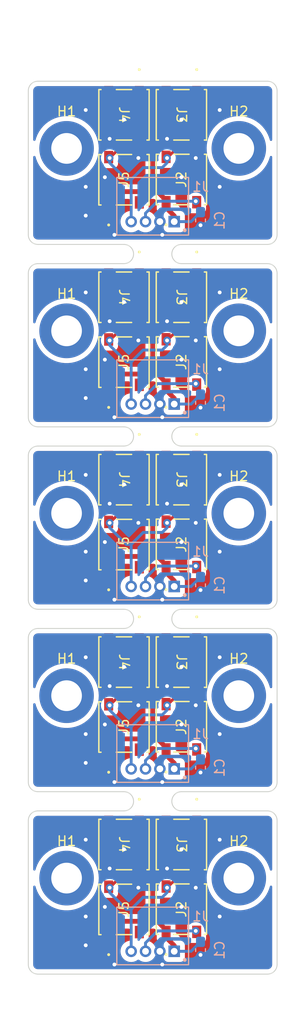
<source format=kicad_pcb>
(kicad_pcb (version 20211014) (generator pcbnew)
  (layers (0 "F.Cu" signal) (31 "B.Cu" signal) (34 "B.Paste" user) (35 "F.Paste" user) (36 "B.SilkS" user "B.Silkscreen") (37 "F.SilkS" user "F.Silkscreen") (38 "B.Mask" user) (39 "F.Mask" user) (44 "Edge.Cuts" user))
  (net 0 "")
  (net 1 "+5V")
  (net 2 "GND")
  (net 3 "/DIN")
  (net 4 "/DOUT")
  (footprint "LED-module:LED_2758_ADA" (layer "F.Cu") (at 159.400001 98.6378 -90)
    (fp_text reference "J3")
    (fp_text value "Conn_02x02_Counter_Clockwise")
  )
  (footprint "LED-module:LED_2758_ADA" (layer "F.Cu") (at 153.400001 117.6378 -90)
    (fp_text reference "J4")
    (fp_text value "Conn_02x02_Counter_Clockwise")
  )
  (footprint "LED-module:LED_2758_ADA" (layer "F.Cu") (at 153.400001 136.6378 -90)
    (fp_text reference "J4")
    (fp_text value "Conn_02x02_Counter_Clockwise")
  )
  (footprint "LED-module:LED_2758_ADA" (layer "F.Cu") (at 153.400001 86.399701 90)
    (fp_text reference "J5")
    (fp_text value "Conn_02x02_Counter_Clockwise")
  )
  (footprint "LED-module:LED_2758_ADA" (layer "F.Cu") (at 159.400001 86.3759 90)
    (fp_text reference "J2")
    (fp_text value "Conn_02x02_Counter_Clockwise")
  )
  (footprint "LED-module:LED_2758_ADA" (layer "F.Cu") (at 153.400001 98.6378 -90)
    (fp_text reference "J4")
    (fp_text value "Conn_02x02_Counter_Clockwise")
  )
  (footprint "LED-module:stamphole_2x5" (layer "F.Cu") (at 153.400001 95.1378)
    (fp_text reference "REF**" hide)
    (fp_text value "stamphole_2x5")
  )
  (footprint "LED-module:stamphole_2x5" (layer "F.Cu") (at 153.400001 114.1378)
    (fp_text reference "REF**" hide)
    (fp_text value "stamphole_2x5")
  )
  (footprint "MountingHole:MountingHole_3.2mm_M3_ISO7380_Pad" (layer "F.Cu") (at 165.400001 121.1378)
    (fp_text reference "H2")
    (fp_text value "MountingHole")
  )
  (footprint "LED-module:LED_2758_ADA" (layer "F.Cu") (at 159.400001 117.6378 -90)
    (fp_text reference "J3")
    (fp_text value "Conn_02x02_Counter_Clockwise")
  )
  (footprint "LED-module:LED_2758_ADA" (layer "F.Cu") (at 153.400001 105.399701 90)
    (fp_text reference "J5")
    (fp_text value "Conn_02x02_Counter_Clockwise")
  )
  (footprint "LED-module:LED_2758_ADA" (layer "F.Cu") (at 159.400001 79.6378 -90)
    (fp_text reference "J3")
    (fp_text value "Conn_02x02_Counter_Clockwise")
  )
  (footprint "LED-module:LED_2758_ADA" (layer "F.Cu") (at 153.400001 143.399701 90)
    (fp_text reference "J5")
    (fp_text value "Conn_02x02_Counter_Clockwise")
  )
  (footprint "MountingHole:MountingHole_3.2mm_M3_ISO7380_Pad" (layer "F.Cu") (at 165.400001 83.1378)
    (fp_text reference "H2")
    (fp_text value "MountingHole")
  )
  (footprint "LED-module:LED_2758_ADA" (layer "F.Cu") (at 159.400001 136.6378 -90)
    (fp_text reference "J3")
    (fp_text value "Conn_02x02_Counter_Clockwise")
  )
  (footprint "MountingHole:MountingHole_3.2mm_M3_ISO7380_Pad" (layer "F.Cu") (at 165.400001 140.1378)
    (fp_text reference "H2")
    (fp_text value "MountingHole")
  )
  (footprint "LED-module:stamphole_2x5" (layer "F.Cu") (at 153.400001 133.1378)
    (fp_text reference "REF**" hide)
    (fp_text value "stamphole_2x5")
  )
  (footprint "LED-module:stamphole_2x5" (layer "F.Cu") (at 153.400001 76.1378)
    (fp_text reference "REF**" hide)
    (fp_text value "stamphole_2x5")
  )
  (footprint "LED-module:LED_2758_ADA" (layer "F.Cu") (at 159.400001 67.3759 90)
    (fp_text reference "J2")
    (fp_text value "Conn_02x02_Counter_Clockwise")
  )
  (footprint "LED-module:LED_2758_ADA" (layer "F.Cu") (at 159.400001 143.3759 90)
    (fp_text reference "J2")
    (fp_text value "Conn_02x02_Counter_Clockwise")
  )
  (footprint "MountingHole:MountingHole_3.2mm_M3_ISO7380_Pad" (layer "F.Cu") (at 147.400001 140.1378)
    (fp_text reference "H1")
    (fp_text value "MountingHole")
  )
  (footprint "MountingHole:MountingHole_3.2mm_M3_ISO7380_Pad" (layer "F.Cu") (at 147.400001 102.1378)
    (fp_text reference "H1")
    (fp_text value "MountingHole")
  )
  (footprint "MountingHole:MountingHole_3.2mm_M3_ISO7380_Pad" (layer "F.Cu") (at 147.400001 64.1378)
    (fp_text reference "H1")
    (fp_text value "MountingHole")
  )
  (footprint "MountingHole:MountingHole_3.2mm_M3_ISO7380_Pad" (layer "F.Cu") (at 147.400001 121.1378)
    (fp_text reference "H1")
    (fp_text value "MountingHole")
  )
  (footprint "MountingHole:MountingHole_3.2mm_M3_ISO7380_Pad" (layer "F.Cu") (at 165.400001 64.1378)
    (fp_text reference "H2")
    (fp_text value "MountingHole")
  )
  (footprint "LED-module:LED_2758_ADA" (layer "F.Cu") (at 159.400001 124.3759 90)
    (fp_text reference "J2")
    (fp_text value "Conn_02x02_Counter_Clockwise")
  )
  (footprint "LED-module:LED_2758_ADA" (layer "F.Cu") (at 159.400001 105.3759 90)
    (fp_text reference "J2")
    (fp_text value "Conn_02x02_Counter_Clockwise")
  )
  (footprint "MountingHole:MountingHole_3.2mm_M3_ISO7380_Pad" (layer "F.Cu") (at 147.400001 83.1378)
    (fp_text reference "H1")
    (fp_text value "MountingHole")
  )
  (footprint "LED-module:LED_2758_ADA" (layer "F.Cu") (at 153.400001 60.6378 -90)
    (fp_text reference "J4")
    (fp_text value "Conn_02x02_Counter_Clockwise")
  )
  (footprint "LED-module:LED_2758_ADA" (layer "F.Cu") (at 153.400001 67.399701 90)
    (fp_text reference "J5")
    (fp_text value "Conn_02x02_Counter_Clockwise")
  )
  (footprint "LED-module:LED_2758_ADA" (layer "F.Cu") (at 153.400001 79.6378 -90)
    (fp_text reference "J4")
    (fp_text value "Conn_02x02_Counter_Clockwise")
  )
  (footprint "LED-module:LED_2758_ADA" (layer "F.Cu") (at 159.400001 60.6378 -90)
    (fp_text reference "J3")
    (fp_text value "Conn_02x02_Counter_Clockwise")
  )
  (footprint "LED-module:LED_2758_ADA" (layer "F.Cu") (at 153.400001 124.399701 90)
    (fp_text reference "J5")
    (fp_text value "Conn_02x02_Counter_Clockwise")
  )
  (footprint "MountingHole:MountingHole_3.2mm_M3_ISO7380_Pad" (layer "F.Cu") (at 165.400001 102.1378)
    (fp_text reference "H2")
    (fp_text value "MountingHole")
  )
  (footprint "LED-module:JST_S4B-ZR_LF__SN_" (layer "B.Cu") (at 156.400001 90.7628 180)
    (fp_text reference "J1")
    (fp_text value "Conn_01x04")
  )
  (footprint "Capacitor_SMD:C_0603_1608Metric_Pad1.08x0.95mm_HandSolder" (layer "B.Cu") (at 161.400001 147.6378 -90)
    (fp_text reference "C1")
    (fp_text value "C")
  )
  (footprint "Capacitor_SMD:C_0603_1608Metric_Pad1.08x0.95mm_HandSolder" (layer "B.Cu") (at 161.400001 71.6378 -90)
    (fp_text reference "C1")
    (fp_text value "C")
  )
  (footprint "Capacitor_SMD:C_0603_1608Metric_Pad1.08x0.95mm_HandSolder" (layer "B.Cu") (at 161.400001 109.6378 -90)
    (fp_text reference "C1")
    (fp_text value "C")
  )
  (footprint "LED-module:JST_S4B-ZR_LF__SN_" (layer "B.Cu") (at 156.400001 71.7628 180)
    (fp_text reference "J1")
    (fp_text value "Conn_01x04")
  )
  (footprint "Capacitor_SMD:C_0603_1608Metric_Pad1.08x0.95mm_HandSolder" (layer "B.Cu") (at 161.400001 90.6378 -90)
    (fp_text reference "C1")
    (fp_text value "C")
  )
  (footprint "LED-module:JST_S4B-ZR_LF__SN_" (layer "B.Cu") (at 156.400001 109.7628 180)
    (fp_text reference "J1")
    (fp_text value "Conn_01x04")
  )
  (footprint "LED-module:JST_S4B-ZR_LF__SN_" (layer "B.Cu") (at 156.400001 128.7628 180)
    (fp_text reference "J1")
    (fp_text value "Conn_01x04")
  )
  (footprint "Capacitor_SMD:C_0603_1608Metric_Pad1.08x0.95mm_HandSolder" (layer "B.Cu") (at 161.400001 128.6378 -90)
    (fp_text reference "C1")
    (fp_text value "C")
  )
  (footprint "LED-module:JST_S4B-ZR_LF__SN_" (layer "B.Cu") (at 156.400001 147.7628 180)
    (fp_text reference "J1")
    (fp_text value "Conn_01x04")
  )
  (gr_arc (start 143.400001 134.1378) (mid 143.692894 133.430693) (end 144.400001 133.1378) (layer "Edge.Cuts") (width 0.1))
  (gr_arc (start 168.400001 114.1378) (mid 169.107108 114.430693) (end 169.400001 115.1378) (layer "Edge.Cuts") (width 0.1))
  (gr_line (start 159.400001 93.1378) (end 168.400001 93.1378) (layer "Edge.Cuts") (width 0.1))
  (gr_arc (start 144.400001 74.1378) (mid 143.692894 73.844907) (end 143.400001 73.1378) (layer "Edge.Cuts") (width 0.1))
  (gr_arc (start 143.400001 58.1378) (mid 143.692894 57.430693) (end 144.400001 57.1378) (layer "Edge.Cuts") (width 0.1))
  (gr_line (start 143.400001 58.1378) (end 143.400001 73.1378) (layer "Edge.Cuts") (width 0.1))
  (gr_line (start 168.400001 114.1378) (end 159.400001 114.1378) (layer "Edge.Cuts") (width 0.1))
  (gr_arc (start 153.400001 74.1378) (mid 154.400001 75.1378) (end 153.400001 76.1378) (layer "Edge.Cuts") (width 0.1))
  (gr_arc (start 169.400001 73.1378) (mid 169.107108 73.844907) (end 168.400001 74.1378) (layer "Edge.Cuts") (width 0.1))
  (gr_line (start 168.400001 76.1378) (end 159.400001 76.1378) (layer "Edge.Cuts") (width 0.1))
  (gr_line (start 153.400001 133.1378) (end 144.400001 133.1378) (layer "Edge.Cuts") (width 0.1))
  (gr_line (start 153.400001 114.1378) (end 144.400001 114.1378) (layer "Edge.Cuts") (width 0.1))
  (gr_line (start 169.400001 111.1378) (end 169.400001 96.1378) (layer "Edge.Cuts") (width 0.1))
  (gr_arc (start 169.400001 111.1378) (mid 169.107108 111.844907) (end 168.400001 112.1378) (layer "Edge.Cuts") (width 0.1))
  (gr_arc (start 143.400001 115.1378) (mid 143.692894 114.430693) (end 144.400001 114.1378) (layer "Edge.Cuts") (width 0.1))
  (gr_line (start 144.400001 112.1378) (end 153.400001 112.1378) (layer "Edge.Cuts") (width 0.1))
  (gr_arc (start 143.400001 96.1378) (mid 143.692894 95.430693) (end 144.400001 95.1378) (layer "Edge.Cuts") (width 0.1))
  (gr_arc (start 169.400001 130.1378) (mid 169.107108 130.844907) (end 168.400001 131.1378) (layer "Edge.Cuts") (width 0.1))
  (gr_line (start 169.400001 73.1378) (end 169.400001 58.1378) (layer "Edge.Cuts") (width 0.1))
  (gr_arc (start 144.400001 112.1378) (mid 143.692894 111.844907) (end 143.400001 111.1378) (layer "Edge.Cuts") (width 0.1))
  (gr_line (start 169.400001 149.1378) (end 169.400001 134.1378) (layer "Edge.Cuts") (width 0.1))
  (gr_line (start 159.400001 112.1378) (end 168.400001 112.1378) (layer "Edge.Cuts") (width 0.1))
  (gr_line (start 144.400001 74.1378) (end 153.400001 74.1378) (layer "Edge.Cuts") (width 0.1))
  (gr_arc (start 153.400001 131.1378) (mid 154.400001 132.1378) (end 153.400001 133.1378) (layer "Edge.Cuts") (width 0.1))
  (gr_arc (start 159.400001 95.1378) (mid 158.400001 94.1378) (end 159.400001 93.1378) (layer "Edge.Cuts") (width 0.1))
  (gr_arc (start 144.400001 131.1378) (mid 143.692894 130.844907) (end 143.400001 130.1378) (layer "Edge.Cuts") (width 0.1))
  (gr_line (start 144.400001 150.1378) (end 168.400001 150.1378) (layer "Edge.Cuts") (width 0.1))
  (gr_arc (start 159.400001 76.1378) (mid 158.400001 75.1378) (end 159.400001 74.1378) (layer "Edge.Cuts") (width 0.1))
  (gr_line (start 168.400001 57.1378) (end 144.400001 57.1378) (layer "Edge.Cuts") (width 0.1))
  (gr_arc (start 144.400001 93.1378) (mid 143.692894 92.844907) (end 143.400001 92.1378) (layer "Edge.Cuts") (width 0.1))
  (gr_line (start 144.400001 93.1378) (end 153.400001 93.1378) (layer "Edge.Cuts") (width 0.1))
  (gr_arc (start 168.400001 57.1378) (mid 169.107108 57.430693) (end 169.400001 58.1378) (layer "Edge.Cuts") (width 0.1))
  (gr_line (start 143.400001 96.1378) (end 143.400001 111.1378) (layer "Edge.Cuts") (width 0.1))
  (gr_line (start 143.400001 134.1378) (end 143.400001 149.1378) (layer "Edge.Cuts") (width 0.1))
  (gr_arc (start 153.400001 112.1378) (mid 154.400001 113.1378) (end 153.400001 114.1378) (layer "Edge.Cuts") (width 0.1))
  (gr_arc (start 168.400001 95.1378) (mid 169.107108 95.430693) (end 169.400001 96.1378) (layer "Edge.Cuts") (width 0.1))
  (gr_line (start 153.400001 76.1378) (end 144.400001 76.1378) (layer "Edge.Cuts") (width 0.1))
  (gr_line (start 153.400001 95.1378) (end 144.400001 95.1378) (layer "Edge.Cuts") (width 0.1))
  (gr_line (start 144.400001 131.1378) (end 153.400001 131.1378) (layer "Edge.Cuts") (width 0.1))
  (gr_arc (start 159.400001 114.1378) (mid 158.400001 113.1378) (end 159.400001 112.1378) (layer "Edge.Cuts") (width 0.1))
  (gr_arc (start 169.400001 149.1378) (mid 169.107108 149.844907) (end 168.400001 150.1378) (layer "Edge.Cuts") (width 0.1))
  (gr_arc (start 143.400001 77.1378) (mid 143.692894 76.430693) (end 144.400001 76.1378) (layer "Edge.Cuts") (width 0.1))
  (gr_arc (start 168.400001 133.1378) (mid 169.107108 133.430693) (end 169.400001 134.1378) (layer "Edge.Cuts") (width 0.1))
  (gr_line (start 168.400001 95.1378) (end 159.400001 95.1378) (layer "Edge.Cuts") (width 0.1))
  (gr_line (start 169.400001 92.1378) (end 169.400001 77.1378) (layer "Edge.Cuts") (width 0.1))
  (gr_line (start 143.400001 115.1378) (end 143.400001 130.1378) (layer "Edge.Cuts") (width 0.1))
  (gr_line (start 159.400001 131.1378) (end 168.400001 131.1378) (layer "Edge.Cuts") (width 0.1))
  (gr_arc (start 169.400001 92.1378) (mid 169.107108 92.844907) (end 168.400001 93.1378) (layer "Edge.Cuts") (width 0.1))
  (gr_arc (start 168.400001 76.1378) (mid 169.107108 76.430693) (end 169.400001 77.1378) (layer "Edge.Cuts") (width 0.1))
  (gr_arc (start 153.400001 93.1378) (mid 154.400001 94.1378) (end 153.400001 95.1378) (layer "Edge.Cuts") (width 0.1))
  (gr_line (start 143.400001 77.1378) (end 143.400001 92.1378) (layer "Edge.Cuts") (width 0.1))
  (gr_line (start 168.400001 133.1378) (end 159.400001 133.1378) (layer "Edge.Cuts") (width 0.1))
  (gr_arc (start 159.400001 133.1378) (mid 158.400001 132.1378) (end 159.400001 131.1378) (layer "Edge.Cuts") (width 0.1))
  (gr_line (start 169.400001 130.1378) (end 169.400001 115.1378) (layer "Edge.Cuts") (width 0.1))
  (gr_arc (start 144.400001 150.1378) (mid 143.692894 149.844907) (end 143.400001 149.1378) (layer "Edge.Cuts") (width 0.1))
  (gr_line (start 159.400001 74.1378) (end 168.400001 74.1378) (layer "Edge.Cuts") (width 0.1))
  (segment (start 157.800002 69.7381) (end 157.800002 70.312802) (width 0.5) (layer "F.Cu") (net 1))
  (segment (start 156.900001 144.6378) (end 157.800002 145.537801) (width 0.5) (layer "F.Cu") (net 1))
  (segment (start 151.800002 69.761901) (end 152.924103 68.6378) (width 0.5) (layer "F.Cu") (net 1))
  (segment (start 157.800002 107.7381) (end 157.800002 108.312802) (width 0.5) (layer "F.Cu") (net 1))
  (segment (start 159.6378 135.6378) (end 161 134.2756) (width 0.5) (layer "F.Cu") (net 1))
  (segment (start 155 77.2756) (end 155 78.237799) (width 0.5) (layer "F.Cu") (net 1))
  (segment (start 157.800002 108.312802) (end 158.650001 109.162801) (width 0.5) (layer "F.Cu") (net 1))
  (segment (start 159.6378 97.6378) (end 161 96.2756) (width 0.5) (layer "F.Cu") (net 1))
  (segment (start 155 134.2756) (end 155 135.237799) (width 0.5) (layer "F.Cu") (net 1))
  (segment (start 157.800002 88.537801) (end 157.800002 88.7381) (width 0.5) (layer "F.Cu") (net 1))
  (segment (start 157.400001 135.6378) (end 159.6378 135.6378) (width 0.5) (layer "F.Cu") (net 1))
  (segment (start 156.900001 125.6378) (end 156.400001 125.1378) (width 0.5) (layer "F.Cu") (net 1))
  (segment (start 158.650001 147.162801) (end 158.650001 147.7628) (width 0.5) (layer "F.Cu") (net 1))
  (segment (start 156.900001 68.6378) (end 156.400001 68.1378) (width 0.5) (layer "F.Cu") (net 1))
  (segment (start 158.650001 109.162801) (end 158.650001 109.7628) (width 0.5) (layer "F.Cu") (net 1))
  (segment (start 157.800002 126.537801) (end 157.800002 126.7381) (width 0.5) (layer "F.Cu") (net 1))
  (segment (start 156.900001 87.6378) (end 156.400001 87.1378) (width 0.5) (layer "F.Cu") (net 1))
  (segment (start 155 116.237799) (end 156.400001 117.6378) (width 0.5) (layer "F.Cu") (net 1))
  (segment (start 157.800002 127.312802) (end 158.650001 128.162801) (width 0.5) (layer "F.Cu") (net 1))
  (segment (start 156.400001 87.1378) (end 156.400001 79.6378) (width 0.5) (layer "F.Cu") (net 1))
  (segment (start 156.400001 98.6378) (end 157.400001 97.6378) (width 0.5) (layer "F.Cu") (net 1))
  (segment (start 156.900001 106.6378) (end 157.800002 107.537801) (width 0.5) (layer "F.Cu") (net 1))
  (segment (start 156.900001 144.6378) (end 156.400001 144.1378) (width 0.5) (layer "F.Cu") (net 1))
  (segment (start 156.400001 68.1378) (end 156.400001 60.6378) (width 0.5) (layer "F.Cu") (net 1))
  (segment (start 158.650001 90.162801) (end 158.650001 90.7628) (width 0.5) (layer "F.Cu") (net 1))
  (segment (start 157.800002 145.7381) (end 157.800002 146.312802) (width 0.5) (layer "F.Cu") (net 1))
  (segment (start 157.400001 78.6378) (end 159.6378 78.6378) (width 0.5) (layer "F.Cu") (net 1))
  (segment (start 155 97.237799) (end 156.400001 98.6378) (width 0.5) (layer "F.Cu") (net 1))
  (segment (start 152.924103 144.6378) (end 156.900001 144.6378) (width 0.5) (layer "F.Cu") (net 1))
  (segment (start 157.800002 69.537801) (end 157.800002 69.7381) (width 0.5) (layer "F.Cu") (net 1))
  (segment (start 152.924103 87.6378) (end 156.900001 87.6378) (width 0.5) (layer "F.Cu") (net 1))
  (segment (start 159.6378 78.6378) (end 161 77.2756) (width 0.5) (layer "F.Cu") (net 1))
  (segment (start 156.400001 125.1378) (end 156.400001 117.6378) (width 0.5) (layer "F.Cu") (net 1))
  (segment (start 157.800002 88.7381) (end 157.800002 89.312802) (width 0.5) (layer "F.Cu") (net 1))
  (segment (start 159.6378 116.6378) (end 161 115.2756) (width 0.5) (layer "F.Cu") (net 1))
  (segment (start 152.924103 68.6378) (end 156.900001 68.6378) (width 0.5) (layer "F.Cu") (net 1))
  (segment (start 151.800002 145.761901) (end 152.924103 144.6378) (width 0.5) (layer "F.Cu") (net 1))
  (segment (start 157.800002 70.312802) (end 158.650001 71.162801) (width 0.5) (layer "F.Cu") (net 1))
  (segment (start 157.400001 116.6378) (end 159.6378 116.6378) (width 0.5) (layer "F.Cu") (net 1))
  (segment (start 157.800002 107.537801) (end 157.800002 107.7381) (width 0.5) (layer "F.Cu") (net 1))
  (segment (start 156.900001 87.6378) (end 157.800002 88.537801) (width 0.5) (layer "F.Cu") (net 1))
  (segment (start 158.650001 128.162801) (end 158.650001 128.7628) (width 0.5) (layer "F.Cu") (net 1))
  (segment (start 155 59.237799) (end 156.400001 60.6378) (width 0.5) (layer "F.Cu") (net 1))
  (segment (start 151.800002 88.761901) (end 152.924103 87.6378) (width 0.5) (layer "F.Cu") (net 1))
  (segment (start 151.800002 126.761901) (end 152.924103 125.6378) (width 0.5) (layer "F.Cu") (net 1))
  (segment (start 156.400001 117.6378) (end 157.400001 116.6378) (width 0.5) (layer "F.Cu") (net 1))
  (segment (start 155 58.2756) (end 155 59.237799) (width 0.5) (layer "F.Cu") (net 1))
  (segment (start 156.400001 106.1378) (end 156.400001 98.6378) (width 0.5) (layer "F.Cu") (net 1))
  (segment (start 151.800002 107.761901) (end 152.924103 106.6378) (width 0.5) (layer "F.Cu") (net 1))
  (segment (start 156.400001 79.6378) (end 157.400001 78.6378) (width 0.5) (layer "F.Cu") (net 1))
  (segment (start 156.400001 144.1378) (end 156.400001 136.6378) (width 0.5) (layer "F.Cu") (net 1))
  (segment (start 157.800002 145.537801) (end 157.800002 145.7381) (width 0.5) (layer "F.Cu") (net 1))
  (segment (start 158.650001 71.162801) (end 158.650001 71.7628) (width 0.5) (layer "F.Cu") (net 1))
  (segment (start 152.924103 125.6378) (end 156.900001 125.6378) (width 0.5) (layer "F.Cu") (net 1))
  (segment (start 157.800002 146.312802) (end 158.650001 147.162801) (width 0.5) (layer "F.Cu") (net 1))
  (segment (start 155 135.237799) (end 156.400001 136.6378) (width 0.5) (layer "F.Cu") (net 1))
  (segment (start 156.900001 106.6378) (end 156.400001 106.1378) (width 0.5) (layer "F.Cu") (net 1))
  (segment (start 157.400001 59.6378) (end 159.6378 59.6378) (width 0.5) (layer "F.Cu") (net 1))
  (segment (start 157.800002 126.7381) (end 157.800002 127.312802) (width 0.5) (layer "F.Cu") (net 1))
  (segment (start 157.400001 97.6378) (end 159.6378 97.6378) (width 0.5) (layer "F.Cu") (net 1))
  (segment (start 156.900001 68.6378) (end 157.800002 69.537801) (width 0.5) (layer "F.Cu") (net 1))
  (segment (start 152.924103 106.6378) (end 156.900001 106.6378) (width 0.5) (layer "F.Cu") (net 1))
  (segment (start 156.900001 125.6378) (end 157.800002 126.537801) (width 0.5) (layer "F.Cu") (net 1))
  (segment (start 156.400001 136.6378) (end 157.400001 135.6378) (width 0.5) (layer "F.Cu") (net 1))
  (segment (start 155 115.2756) (end 155 116.237799) (width 0.5) (layer "F.Cu") (net 1))
  (segment (start 156.400001 60.6378) (end 157.400001 59.6378) (width 0.5) (layer "F.Cu") (net 1))
  (segment (start 159.6378 59.6378) (end 161 58.2756) (width 0.5) (layer "F.Cu") (net 1))
  (segment (start 155 96.2756) (end 155 97.237799) (width 0.5) (layer "F.Cu") (net 1))
  (segment (start 155 78.237799) (end 156.400001 79.6378) (width 0.5) (layer "F.Cu") (net 1))
  (segment (start 157.800002 89.312802) (end 158.650001 90.162801) (width 0.5) (layer "F.Cu") (net 1))
  (segment (start 160.412501 109.7628) (end 158.650001 109.7628) (width 0.3) (layer "B.Cu") (net 1))
  (segment (start 161.400001 70.7753) (end 160.412501 71.7628) (width 0.3) (layer "B.Cu") (net 1))
  (segment (start 160.412501 147.7628) (end 158.650001 147.7628) (width 0.3) (layer "B.Cu") (net 1))
  (segment (start 161.400001 108.7753) (end 160.412501 109.7628) (width 0.3) (layer "B.Cu") (net 1))
  (segment (start 160.412501 90.7628) (end 158.650001 90.7628) (width 0.3) (layer "B.Cu") (net 1))
  (segment (start 160.412501 71.7628) (end 158.650001 71.7628) (width 0.3) (layer "B.Cu") (net 1))
  (segment (start 161.400001 127.7753) (end 160.412501 128.7628) (width 0.3) (layer "B.Cu") (net 1))
  (segment (start 161.400001 146.7753) (end 160.412501 147.7628) (width 0.3) (layer "B.Cu") (net 1))
  (segment (start 161.400001 89.7753) (end 160.412501 90.7628) (width 0.3) (layer "B.Cu") (net 1))
  (segment (start 160.412501 128.7628) (end 158.650001 128.7628) (width 0.3) (layer "B.Cu") (net 1))
  (via (at 149.400001 87.1378) (size 0.8) (drill 0.4) (layers "F.Cu" "B.Cu") (net 2))
  (via (at 153.400001 118.1378) (size 0.8) (drill 0.4) (layers "F.Cu" "B.Cu") (net 2))
  (via (at 163.400001 106.1378) (size 0.8) (drill 0.4) (layers "F.Cu" "B.Cu") (net 2))
  (via (at 152.400001 130.1378) (size 0.8) (drill 0.4) (layers "F.Cu" "B.Cu") (net 2))
  (via (at 159.400001 105.1378) (size 0.8) (drill 0.4) (layers "F.Cu" "B.Cu") (net 2))
  (via (at 159.400001 67.1378) (size 0.8) (drill 0.4) (layers "F.Cu" "B.Cu") (net 2))
  (via (at 157.400001 149.1378) (size 0.8) (drill 0.4) (layers "F.Cu" "B.Cu") (net 2))
  (via (at 159.400001 80.1378) (size 0.8) (drill 0.4) (layers "F.Cu" "B.Cu") (net 2))
  (via (at 159.400001 118.1378) (size 0.8) (drill 0.4) (layers "F.Cu" "B.Cu") (net 2))
  (via (at 149.400001 117.1378) (size 0.8) (drill 0.4) (layers "F.Cu" "B.Cu") (net 2))
  (via (at 159.400001 61.1378) (size 0.8) (drill 0.4) (layers "F.Cu" "B.Cu") (net 2))
  (via (at 163.400001 144.1378) (size 0.8) (drill 0.4) (layers "F.Cu" "B.Cu") (net 2))
  (via (at 149.400001 79.1378) (size 0.8) (drill 0.4) (layers "F.Cu" "B.Cu") (net 2))
  (via (at 149.400001 98.1378) (size 0.8) (drill 0.4) (layers "F.Cu" "B.Cu") (net 2))
  (via (at 151.400001 124.1378) (size 0.8) (drill 0.4) (layers "F.Cu" "B.Cu") (net 2))
  (via (at 160.900001 103.1378) (size 0.8) (drill 0.4) (layers "F.Cu" "B.Cu") (net 2))
  (via (at 159.400001 143.1378) (size 0.8) (drill 0.4) (layers "F.Cu" "B.Cu") (net 2))
  (via (at 157.400001 73.1378) (size 0.8) (drill 0.4) (layers "F.Cu" "B.Cu") (net 2))
  (via (at 163.400001 79.1378) (size 0.8) (drill 0.4) (layers "F.Cu" "B.Cu") (net 2))
  (via (at 163.400001 117.1378) (size 0.8) (drill 0.4) (layers "F.Cu" "B.Cu") (net 2))
  (via (at 151.400001 86.1378) (size 0.8) (drill 0.4) (layers "F.Cu" "B.Cu") (net 2))
  (via (at 163.400001 98.1378) (size 0.8) (drill 0.4) (layers "F.Cu" "B.Cu") (net 2))
  (via (at 153.400001 99.1378) (size 0.8) (drill 0.4) (layers "F.Cu" "B.Cu") (net 2))
  (via (at 151.400001 67.1378) (size 0.8) (drill 0.4) (layers "F.Cu" "B.Cu") (net 2))
  (via (at 149.400001 106.1378) (size 0.8) (drill 0.4) (layers "F.Cu" "B.Cu") (net 2))
  (via (at 149.400001 144.1378) (size 0.8) (drill 0.4) (layers "F.Cu" "B.Cu") (net 2))
  (via (at 149.400001 136.1378) (size 0.8) (drill 0.4) (layers "F.Cu" "B.Cu") (net 2))
  (via (at 153.400001 137.1378) (size 0.8) (drill 0.4) (layers "F.Cu" "B.Cu") (net 2))
  (via (at 161.400001 110.1378) (size 0.8) (drill 0.4) (layers "F.Cu" "B.Cu") (net 2))
  (via (at 160.900001 65.1378) (size 0.8) (drill 0.4) (layers "F.Cu" "B.Cu") (net 2))
  (via (at 157.900001 101.1378) (size 0.8) (drill 0.4) (layers "F.Cu" "B.Cu") (net 2))
  (via (at 157.900001 120.1378) (size 0.8) (drill 0.4) (layers "F.Cu" "B.Cu") (net 2))
  (via (at 160.900001 122.1378) (size 0.8) (drill 0.4) (layers "F.Cu" "B.Cu") (net 2))
  (via (at 149.400001 147.1378) (size 0.8) (drill 0.4) (layers "F.Cu" "B.Cu") (net 2))
  (via (at 149.400001 128.1378) (size 0.8) (drill 0.4) (layers "F.Cu" "B.Cu") (net 2))
  (via (at 151.900001 82.1378) (size 0.8) (drill 0.4) (layers "F.Cu" "B.Cu") (net 2))
  (via (at 152.400001 73.1378) (size 0.8) (drill 0.4) (layers "F.Cu" "B.Cu") (net 2))
  (via (at 163.400001 136.1378) (size 0.8) (drill 0.4) (layers "F.Cu" "B.Cu") (net 2))
  (via (at 163.400001 68.1378) (size 0.8) (drill 0.4) (layers "F.Cu" "B.Cu") (net 2))
  (via (at 154.900001 84.1378) (size 0.8) (drill 0.4) (layers "F.Cu" "B.Cu") (net 2))
  (via (at 159.400001 137.1378) (size 0.8) (drill 0.4) (layers "F.Cu" "B.Cu") (net 2))
  (via (at 154.900001 65.1378) (size 0.8) (drill 0.4) (layers "F.Cu" "B.Cu") (net 2))
  (via (at 149.400001 71.1378) (size 0.8) (drill 0.4) (layers "F.Cu" "B.Cu") (net 2))
  (via (at 163.400001 60.1378) (size 0.8) (drill 0.4) (layers "F.Cu" "B.Cu") (net 2))
  (via (at 159.400001 99.1378) (size 0.8) (drill 0.4) (layers "F.Cu" "B.Cu") (net 2))
  (via (at 157.900001 139.1378) (size 0.8) (drill 0.4) (layers "F.Cu" "B.Cu") (net 2))
  (via (at 163.400001 87.1378) (size 0.8) (drill 0.4) (layers "F.Cu" "B.Cu") (net 2))
  (via (at 151.900001 101.1378) (size 0.8) (drill 0.4) (layers "F.Cu" "B.Cu") (net 2))
  (via (at 157.400001 111.1378) (size 0.8) (drill 0.4) (layers "F.Cu" "B.Cu") (net 2))
  (via (at 160.900001 84.1378) (size 0.8) (drill 0.4) (layers "F.Cu" "B.Cu") (net 2))
  (via (at 149.400001 90.1378) (size 0.8) (drill 0.4) (layers "F.Cu" "B.Cu") (net 2))
  (via (at 151.900001 120.1378) (size 0.8) (drill 0.4) (layers "F.Cu" "B.Cu") (net 2))
  (via (at 157.900001 82.1378) (size 0.8) (drill 0.4) (layers "F.Cu" "B.Cu") (net 2))
  (via (at 151.900001 63.1378) (size 0.8) (drill 0.4) (layers "F.Cu" "B.Cu") (net 2))
  (via (at 149.400001 109.1378) (size 0.8) (drill 0.4) (layers "F.Cu" "B.Cu") (net 2))
  (via (at 152.400001 92.1378) (size 0.8) (drill 0.4) (layers "F.Cu" "B.Cu") (net 2))
  (via (at 159.400001 124.1378) (size 0.8) (drill 0.4) (layers "F.Cu" "B.Cu") (net 2))
  (via (at 157.900001 63.1378) (size 0.8) (drill 0.4) (layers "F.Cu" "B.Cu") (net 2))
  (via (at 151.400001 143.1378) (size 0.8) (drill 0.4) (layers "F.Cu" "B.Cu") (net 2))
  (via (at 154.900001 103.1378) (size 0.8) (drill 0.4) (layers "F.Cu" "B.Cu") (net 2))
  (via (at 157.400001 92.1378) (size 0.8) (drill 0.4) (layers "F.Cu" "B.Cu") (net 2))
  (via (at 157.400001 130.1378) (size 0.8) (drill 0.4) (layers "F.Cu" "B.Cu") (net 2))
  (via (at 163.400001 125.1378) (size 0.8) (drill 0.4) (layers "F.Cu" "B.Cu") (net 2))
  (via (at 160.900001 141.1378) (size 0.8) (drill 0.4) (layers "F.Cu" "B.Cu") (net 2))
  (via (at 159.400001 86.1378) (size 0.8) (drill 0.4) (layers "F.Cu" "B.Cu") (net 2))
  (via (at 161.400001 148.1378) (size 0.8) (drill 0.4) (layers "F.Cu" "B.Cu") (net 2))
  (via (at 151.400001 105.1378) (size 0.8) (drill 0.4) (layers "F.Cu" "B.Cu") (net 2))
  (via (at 153.400001 80.1378) (size 0.8) (drill 0.4) (layers "F.Cu" "B.Cu") (net 2))
  (via (at 161.400001 91.1378) (size 0.8) (drill 0.4) (layers "F.Cu" "B.Cu") (net 2))
  (via (at 149.400001 60.1378) (size 0.8) (drill 0.4) (layers "F.Cu" "B.Cu") (net 2))
  (via (at 153.400001 61.1378) (size 0.8) (drill 0.4) (layers "F.Cu" "B.Cu") (net 2))
  (via (at 161.400001 72.1378) (size 0.8) (drill 0.4) (layers "F.Cu" "B.Cu") (net 2))
  (via (at 151.900001 139.1378) (size 0.8) (drill 0.4) (layers "F.Cu" "B.Cu") (net 2))
  (via (at 149.400001 125.1378) (size 0.8) (drill 0.4) (layers "F.Cu" "B.Cu") (net 2))
  (via (at 161.400001 129.1378) (size 0.8) (drill 0.4) (layers "F.Cu" "B.Cu") (net 2))
  (via (at 152.400001 111.1378) (size 0.8) (drill 0.4) (layers "F.Cu" "B.Cu") (net 2))
  (via (at 154.900001 141.1378) (size 0.8) (drill 0.4) (layers "F.Cu" "B.Cu") (net 2))
  (via (at 154.900001 122.1378) (size 0.8) (drill 0.4) (layers "F.Cu" "B.Cu") (net 2))
  (via (at 149.400001 68.1378) (size 0.8) (drill 0.4) (layers "F.Cu" "B.Cu") (net 2))
  (via (at 152.400001 149.1378) (size 0.8) (drill 0.4) (layers "F.Cu" "B.Cu") (net 2))
  (segment (start 154.037801 63) (end 151.900001 65.1378) (width 0.3) (layer "F.Cu") (net 3))
  (segment (start 157.900001 141.1378) (end 160.037801 139) (width 0.3) (layer "F.Cu") (net 3))
  (segment (start 160.037801 139) (end 161 139) (width 0.3) (layer "F.Cu") (net 3))
  (segment (start 160.037801 120) (end 161 120) (width 0.3) (layer "F.Cu") (net 3))
  (segment (start 160.037801 63) (end 161 63) (width 0.3) (layer "F.Cu") (net 3))
  (segment (start 160.037801 82) (end 161 82) (width 0.3) (layer "F.Cu") (net 3))
  (segment (start 154.037801 101) (end 151.900001 103.1378) (width 0.3) (layer "F.Cu") (net 3))
  (segment (start 155 82) (end 154.037801 82) (width 0.3) (layer "F.Cu") (net 3))
  (segment (start 155 139) (end 154.037801 139) (width 0.3) (layer "F.Cu") (net 3))
  (segment (start 154.037801 139) (end 151.900001 141.1378) (width 0.3) (layer "F.Cu") (net 3))
  (segment (start 157.900001 65.1378) (end 160.037801 63) (width 0.3) (layer "F.Cu") (net 3))
  (segment (start 155 63) (end 154.037801 63) (width 0.3) (layer "F.Cu") (net 3))
  (segment (start 157.900001 84.1378) (end 160.037801 82) (width 0.3) (layer "F.Cu") (net 3))
  (segment (start 155 101) (end 154.037801 101) (width 0.3) (layer "F.Cu") (net 3))
  (segment (start 160.037801 101) (end 161 101) (width 0.3) (layer "F.Cu") (net 3))
  (segment (start 155 120) (end 154.037801 120) (width 0.3) (layer "F.Cu") (net 3))
  (segment (start 157.900001 122.1378) (end 160.037801 120) (width 0.3) (layer "F.Cu") (net 3))
  (segment (start 157.900001 103.1378) (end 160.037801 101) (width 0.3) (layer "F.Cu") (net 3))
  (segment (start 154.037801 82) (end 151.900001 84.1378) (width 0.3) (layer "F.Cu") (net 3))
  (segment (start 154.037801 120) (end 151.900001 122.1378) (width 0.3) (layer "F.Cu") (net 3))
  (via (at 157.900001 141.1378) (size 0.8) (drill 0.4) (layers "F.Cu" "B.Cu") (net 3))
  (via (at 151.900001 65.1378) (size 0.8) (drill 0.4) (layers "F.Cu" "B.Cu") (net 3))
  (via (at 157.900001 122.1378) (size 0.8) (drill 0.4) (layers "F.Cu" "B.Cu") (net 3))
  (via (at 157.900001 84.1378) (size 0.8) (drill 0.4) (layers "F.Cu" "B.Cu") (net 3))
  (via (at 151.900001 141.1378) (size 0.8) (drill 0.4) (layers "F.Cu" "B.Cu") (net 3))
  (via (at 157.900001 103.1378) (size 0.8) (drill 0.4) (layers "F.Cu" "B.Cu") (net 3))
  (via (at 151.900001 103.1378) (size 0.8) (drill 0.4) (layers "F.Cu" "B.Cu") (net 3))
  (via (at 157.900001 65.1378) (size 0.8) (drill 0.4) (layers "F.Cu" "B.Cu") (net 3))
  (via (at 151.900001 122.1378) (size 0.8) (drill 0.4) (layers "F.Cu" "B.Cu") (net 3))
  (via (at 151.900001 84.1378) (size 0.8) (drill 0.4) (layers "F.Cu" "B.Cu") (net 3))
  (segment (start 154.150001 71.7628) (end 154.150001 67.3878) (width 0.3) (layer "B.Cu") (net 3))
  (segment (start 154.150001 67.3878) (end 153.650001 67.3878) (width 0.3) (layer "B.Cu") (net 3))
  (segment (start 157.900001 122.6378) (end 157.900001 122.1378) (width 0.3) (layer "B.Cu") (net 3))
  (segment (start 154.150001 124.3878) (end 155.400001 123.1378) (width 0.3) (layer "B.Cu") (net 3))
  (segment (start 154.150001 86.3878) (end 155.400001 85.1378) (width 0.3) (layer "B.Cu") (net 3))
  (segment (start 153.650001 124.3878) (end 151.900001 122.6378) (width 0.3) (layer "B.Cu") (net 3))
  (segment (start 153.650001 105.3878) (end 151.900001 103.6378) (width 0.3) (layer "B.Cu") (net 3))
  (segment (start 157.900001 103.6378) (end 157.900001 103.1378) (width 0.3) (layer "B.Cu") (net 3))
  (segment (start 157.400001 66.1378) (end 157.900001 65.6378) (width 0.3) (layer "B.Cu") (net 3))
  (segment (start 151.900001 141.6378) (end 151.900001 141.1378) (width 0.3) (layer "B.Cu") (net 3))
  (segment (start 154.150001 128.7628) (end 154.150001 124.3878) (width 0.3) (layer "B.Cu") (net 3))
  (segment (start 154.150001 90.7628) (end 154.150001 86.3878) (width 0.3) (layer "B.Cu") (net 3))
  (segment (start 154.150001 143.3878) (end 153.650001 143.3878) (width 0.3) (layer "B.Cu") (net 3))
  (segment (start 151.900001 103.6378) (end 151.900001 103.1378) (width 0.3) (layer "B.Cu") (net 3))
  (segment (start 154.150001 86.3878) (end 153.650001 86.3878) (width 0.3) (layer "B.Cu") (net 3))
  (segment (start 157.400001 85.1378) (end 157.900001 84.6378) (width 0.3) (layer "B.Cu") (net 3))
  (segment (start 155.400001 85.1378) (end 157.400001 85.1378) (width 0.3) (layer "B.Cu") (net 3))
  (segment (start 157.400001 104.1378) (end 157.900001 103.6378) (width 0.3) (layer "B.Cu") (net 3))
  (segment (start 157.900001 141.6378) (end 157.900001 141.1378) (width 0.3) (layer "B.Cu") (net 3))
  (segment (start 154.150001 147.7628) (end 154.150001 143.3878) (width 0.3) (layer "B.Cu") (net 3))
  (segment (start 151.900001 65.6378) (end 151.900001 65.1378) (width 0.3) (layer "B.Cu") (net 3))
  (segment (start 154.150001 109.7628) (end 154.150001 105.3878) (width 0.3) (layer "B.Cu") (net 3))
  (segment (start 154.150001 105.3878) (end 155.400001 104.1378) (width 0.3) (layer "B.Cu") (net 3))
  (segment (start 154.150001 124.3878) (end 153.650001 124.3878) (width 0.3) (layer "B.Cu") (net 3))
  (segment (start 155.400001 66.1378) (end 157.400001 66.1378) (width 0.3) (layer "B.Cu") (net 3))
  (segment (start 154.150001 105.3878) (end 153.650001 105.3878) (width 0.3) (layer "B.Cu") (net 3))
  (segment (start 157.400001 123.1378) (end 157.900001 122.6378) (width 0.3) (layer "B.Cu") (net 3))
  (segment (start 157.400001 142.1378) (end 157.900001 141.6378) (width 0.3) (layer "B.Cu") (net 3))
  (segment (start 157.900001 65.6378) (end 157.900001 65.1378) (width 0.3) (layer "B.Cu") (net 3))
  (segment (start 151.900001 84.6378) (end 151.900001 84.1378) (width 0.3) (layer "B.Cu") (net 3))
  (segment (start 153.650001 67.3878) (end 151.900001 65.6378) (width 0.3) (layer "B.Cu") (net 3))
  (segment (start 153.650001 86.3878) (end 151.900001 84.6378) (width 0.3) (layer "B.Cu") (net 3))
  (segment (start 154.150001 143.3878) (end 155.400001 142.1378) (width 0.3) (layer "B.Cu") (net 3))
  (segment (start 151.900001 122.6378) (end 151.900001 122.1378) (width 0.3) (layer "B.Cu") (net 3))
  (segment (start 153.650001 143.3878) (end 151.900001 141.6378) (width 0.3) (layer "B.Cu") (net 3))
  (segment (start 155.400001 142.1378) (end 157.400001 142.1378) (width 0.3) (layer "B.Cu") (net 3))
  (segment (start 155.400001 123.1378) (end 157.400001 123.1378) (width 0.3) (layer "B.Cu") (net 3))
  (segment (start 154.150001 67.3878) (end 155.400001 66.1378) (width 0.3) (layer "B.Cu") (net 3))
  (segment (start 155.400001 104.1378) (end 157.400001 104.1378) (width 0.3) (layer "B.Cu") (net 3))
  (segment (start 157.900001 84.6378) (end 157.900001 84.1378) (width 0.3) (layer "B.Cu") (net 3))
  (via (at 160.900001 107.6378) (size 0.8) (drill 0.4) (layers "F.Cu" "B.Cu") (net 4))
  (via (at 160.900001 126.6378) (size 0.8) (drill 0.4) (layers "F.Cu" "B.Cu") (net 4))
  (via (at 160.900001 145.6378) (size 0.8) (drill 0.4) (layers "F.Cu" "B.Cu") (net 4))
  (via (at 160.900001 88.6378) (size 0.8) (drill 0.4) (layers "F.Cu" "B.Cu") (net 4))
  (via (at 160.900001 69.6378) (size 0.8) (drill 0.4) (layers "F.Cu" "B.Cu") (net 4))
  (segment (start 155.650001 71.7628) (end 155.650001 70.8878) (width 0.3) (layer "B.Cu") (net 4))
  (segment (start 156.900001 126.6378) (end 160.900001 126.6378) (width 0.3) (layer "B.Cu") (net 4))
  (segment (start 155.650001 127.8878) (end 156.900001 126.6378) (width 0.3) (layer "B.Cu") (net 4))
  (segment (start 155.650001 109.7628) (end 155.650001 108.8878) (width 0.3) (layer "B.Cu") (net 4))
  (segment (start 156.900001 69.6378) (end 160.900001 69.6378) (width 0.3) (layer "B.Cu") (net 4))
  (segment (start 156.900001 107.6378) (end 160.900001 107.6378) (width 0.3) (layer "B.Cu") (net 4))
  (segment (start 155.650001 108.8878) (end 156.900001 107.6378) (width 0.3) (layer "B.Cu") (net 4))
  (segment (start 156.900001 88.6378) (end 160.900001 88.6378) (width 0.3) (layer "B.Cu") (net 4))
  (segment (start 155.650001 147.7628) (end 155.650001 146.8878) (width 0.3) (layer "B.Cu") (net 4))
  (segment (start 155.650001 89.8878) (end 156.900001 88.6378) (width 0.3) (layer "B.Cu") (net 4))
  (segment (start 155.650001 70.8878) (end 156.900001 69.6378) (width 0.3) (layer "B.Cu") (net 4))
  (segment (start 155.650001 128.7628) (end 155.650001 127.8878) (width 0.3) (layer "B.Cu") (net 4))
  (segment (start 155.650001 90.7628) (end 155.650001 89.8878) (width 0.3) (layer "B.Cu") (net 4))
  (segment (start 155.650001 146.8878) (end 156.900001 145.6378) (width 0.3) (layer "B.Cu") (net 4))
  (segment (start 156.900001 145.6378) (end 160.900001 145.6378) (width 0.3) (layer "B.Cu") (net 4))
  (zone (net 2) (net_name "GND") (layers F&B.Cu) (connect_pads yes (clearance 0.508)) (min_thickness 0.254) (fill yes (thermal_gap 0.508) (thermal_bridge_width 0.508))
    (polygon (pts (xy 169.400001 93.1378) (xy 143.400001 93.1378) (xy 143.400001 76.1378) (xy 169.400001 76.1378)))
  )
  (zone (net 2) (net_name "GND") (layers F&B.Cu) (connect_pads yes (clearance 0.508)) (min_thickness 0.254) (fill yes (thermal_gap 0.508) (thermal_bridge_width 0.508))
    (polygon (pts (xy 169.400001 131.1378) (xy 143.400001 131.1378) (xy 143.400001 114.1378) (xy 169.400001 114.1378)))
  )
  (zone (net 2) (net_name "GND") (layers F&B.Cu) (connect_pads yes (clearance 0.508)) (min_thickness 0.254) (fill yes (thermal_gap 0.508) (thermal_bridge_width 0.508))
    (polygon (pts (xy 169.400001 74.1378) (xy 143.400001 74.1378) (xy 143.400001 57.1378) (xy 169.400001 57.1378)))
  )
  (zone (net 2) (net_name "GND") (layers F&B.Cu) (connect_pads yes (clearance 0.508)) (min_thickness 0.254) (fill yes (thermal_gap 0.508) (thermal_bridge_width 0.508))
    (polygon (pts (xy 169.400001 112.1378) (xy 143.400001 112.1378) (xy 143.400001 95.1378) (xy 169.400001 95.1378)))
  )
  (zone (net 2) (net_name "GND") (layers F&B.Cu) (connect_pads yes (clearance 0.508)) (min_thickness 0.254) (fill yes (thermal_gap 0.508) (thermal_bridge_width 0.508))
    (polygon (pts (xy 169.400001 150.1378) (xy 143.400001 150.1378) (xy 143.400001 133.1378) (xy 169.400001 133.1378)))
  )
)
</source>
